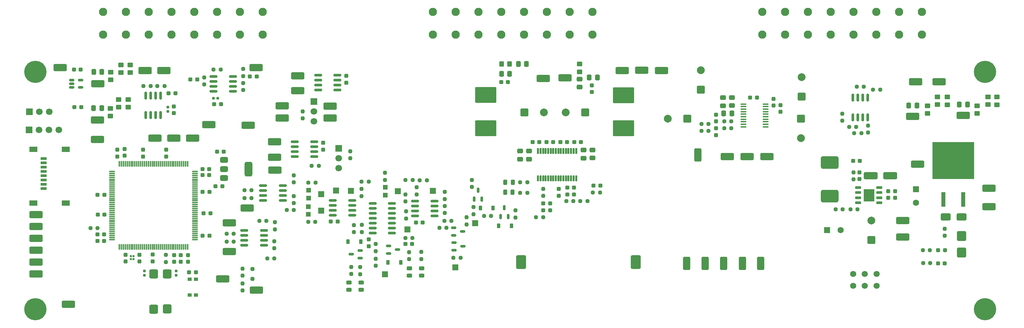
<source format=gbr>
%TF.GenerationSoftware,KiCad,Pcbnew,9.0.7*%
%TF.CreationDate,2026-02-10T17:00:28-08:00*%
%TF.ProjectId,VCU_v2,5643555f-7632-42e6-9b69-6361645f7063,rev?*%
%TF.SameCoordinates,Original*%
%TF.FileFunction,Soldermask,Top*%
%TF.FilePolarity,Negative*%
%FSLAX46Y46*%
G04 Gerber Fmt 4.6, Leading zero omitted, Abs format (unit mm)*
G04 Created by KiCad (PCBNEW 9.0.7) date 2026-02-10 17:00:28*
%MOMM*%
%LPD*%
G01*
G04 APERTURE LIST*
G04 Aperture macros list*
%AMRoundRect*
0 Rectangle with rounded corners*
0 $1 Rounding radius*
0 $2 $3 $4 $5 $6 $7 $8 $9 X,Y pos of 4 corners*
0 Add a 4 corners polygon primitive as box body*
4,1,4,$2,$3,$4,$5,$6,$7,$8,$9,$2,$3,0*
0 Add four circle primitives for the rounded corners*
1,1,$1+$1,$2,$3*
1,1,$1+$1,$4,$5*
1,1,$1+$1,$6,$7*
1,1,$1+$1,$8,$9*
0 Add four rect primitives between the rounded corners*
20,1,$1+$1,$2,$3,$4,$5,0*
20,1,$1+$1,$4,$5,$6,$7,0*
20,1,$1+$1,$6,$7,$8,$9,0*
20,1,$1+$1,$8,$9,$2,$3,0*%
G04 Aperture macros list end*
%ADD10C,0.100000*%
%ADD11RoundRect,0.237500X0.250000X0.237500X-0.250000X0.237500X-0.250000X-0.237500X0.250000X-0.237500X0*%
%ADD12RoundRect,0.250000X1.000000X0.650000X-1.000000X0.650000X-1.000000X-0.650000X1.000000X-0.650000X0*%
%ADD13RoundRect,0.390000X-0.910000X-1.360000X0.910000X-1.360000X0.910000X1.360000X-0.910000X1.360000X0*%
%ADD14R,1.500000X1.500000*%
%ADD15RoundRect,0.237500X0.237500X-0.250000X0.237500X0.250000X-0.237500X0.250000X-0.237500X-0.250000X0*%
%ADD16RoundRect,0.250000X-1.450000X-0.650000X1.450000X-0.650000X1.450000X0.650000X-1.450000X0.650000X0*%
%ADD17RoundRect,0.375000X-0.625000X-0.375000X0.625000X-0.375000X0.625000X0.375000X-0.625000X0.375000X0*%
%ADD18RoundRect,0.500000X-0.500000X-1.400000X0.500000X-1.400000X0.500000X1.400000X-0.500000X1.400000X0*%
%ADD19RoundRect,0.250000X0.450000X-0.350000X0.450000X0.350000X-0.450000X0.350000X-0.450000X-0.350000X0*%
%ADD20RoundRect,0.237500X-0.250000X-0.237500X0.250000X-0.237500X0.250000X0.237500X-0.250000X0.237500X0*%
%ADD21C,3.600000*%
%ADD22C,5.700000*%
%ADD23RoundRect,0.250000X-0.337500X-0.475000X0.337500X-0.475000X0.337500X0.475000X-0.337500X0.475000X0*%
%ADD24RoundRect,0.237500X0.300000X0.237500X-0.300000X0.237500X-0.300000X-0.237500X0.300000X-0.237500X0*%
%ADD25RoundRect,0.150000X-0.512500X-0.150000X0.512500X-0.150000X0.512500X0.150000X-0.512500X0.150000X0*%
%ADD26RoundRect,0.250000X0.337500X0.475000X-0.337500X0.475000X-0.337500X-0.475000X0.337500X-0.475000X0*%
%ADD27RoundRect,0.250000X0.650000X-1.450000X0.650000X1.450000X-0.650000X1.450000X-0.650000X-1.450000X0*%
%ADD28RoundRect,0.067500X0.157500X-0.682500X0.157500X0.682500X-0.157500X0.682500X-0.157500X-0.682500X0*%
%ADD29RoundRect,0.067500X-0.157500X0.682500X-0.157500X-0.682500X0.157500X-0.682500X0.157500X0.682500X0*%
%ADD30RoundRect,0.150000X0.150000X-0.512500X0.150000X0.512500X-0.150000X0.512500X-0.150000X-0.512500X0*%
%ADD31RoundRect,0.237500X-0.237500X0.300000X-0.237500X-0.300000X0.237500X-0.300000X0.237500X0.300000X0*%
%ADD32RoundRect,0.162500X0.162500X-0.825000X0.162500X0.825000X-0.162500X0.825000X-0.162500X-0.825000X0*%
%ADD33RoundRect,0.250000X0.750000X0.750000X-0.750000X0.750000X-0.750000X-0.750000X0.750000X-0.750000X0*%
%ADD34C,2.000000*%
%ADD35RoundRect,0.100000X-0.637500X-0.100000X0.637500X-0.100000X0.637500X0.100000X-0.637500X0.100000X0*%
%ADD36C,2.108200*%
%ADD37RoundRect,0.250000X-0.550000X-0.550000X0.550000X-0.550000X0.550000X0.550000X-0.550000X0.550000X0*%
%ADD38C,1.600000*%
%ADD39RoundRect,0.250000X-0.550000X0.550000X-0.550000X-0.550000X0.550000X-0.550000X0.550000X0.550000X0*%
%ADD40R,1.000000X0.900000*%
%ADD41RoundRect,0.237500X-0.237500X0.250000X-0.237500X-0.250000X0.237500X-0.250000X0.237500X0.250000X0*%
%ADD42RoundRect,0.225000X-0.225000X-0.375000X0.225000X-0.375000X0.225000X0.375000X-0.225000X0.375000X0*%
%ADD43RoundRect,0.250000X0.900000X-1.000000X0.900000X1.000000X-0.900000X1.000000X-0.900000X-1.000000X0*%
%ADD44R,1.700000X1.700000*%
%ADD45C,1.700000*%
%ADD46RoundRect,0.155000X-0.155000X0.212500X-0.155000X-0.212500X0.155000X-0.212500X0.155000X0.212500X0*%
%ADD47RoundRect,0.250000X2.500000X-1.750000X2.500000X1.750000X-2.500000X1.750000X-2.500000X-1.750000X0*%
%ADD48R,1.200000X1.200000*%
%ADD49R,1.500000X1.600000*%
%ADD50RoundRect,0.237500X0.237500X-0.300000X0.237500X0.300000X-0.237500X0.300000X-0.237500X-0.300000X0*%
%ADD51RoundRect,0.237500X-0.300000X-0.237500X0.300000X-0.237500X0.300000X0.237500X-0.300000X0.237500X0*%
%ADD52RoundRect,0.250000X1.450000X0.650000X-1.450000X0.650000X-1.450000X-0.650000X1.450000X-0.650000X0*%
%ADD53RoundRect,0.162500X0.825000X0.162500X-0.825000X0.162500X-0.825000X-0.162500X0.825000X-0.162500X0*%
%ADD54C,1.574800*%
%ADD55RoundRect,0.237500X0.287500X0.237500X-0.287500X0.237500X-0.287500X-0.237500X0.287500X-0.237500X0*%
%ADD56RoundRect,0.090000X-0.685000X-0.210000X0.685000X-0.210000X0.685000X0.210000X-0.685000X0.210000X0*%
%ADD57RoundRect,0.155000X0.155000X-0.212500X0.155000X0.212500X-0.155000X0.212500X-0.155000X-0.212500X0*%
%ADD58RoundRect,0.250000X-0.750000X-0.750000X0.750000X-0.750000X0.750000X0.750000X-0.750000X0.750000X0*%
%ADD59RoundRect,0.250000X1.500000X0.650000X-1.500000X0.650000X-1.500000X-0.650000X1.500000X-0.650000X0*%
%ADD60RoundRect,0.330000X-0.770000X0.820000X-0.770000X-0.820000X0.770000X-0.820000X0.770000X0.820000X0*%
%ADD61RoundRect,0.243750X0.456250X-0.243750X0.456250X0.243750X-0.456250X0.243750X-0.456250X-0.243750X0*%
%ADD62RoundRect,0.250000X0.750000X-0.750000X0.750000X0.750000X-0.750000X0.750000X-0.750000X-0.750000X0*%
%ADD63RoundRect,0.155000X-0.212500X-0.155000X0.212500X-0.155000X0.212500X0.155000X-0.212500X0.155000X0*%
%ADD64RoundRect,0.250000X0.250000X-0.250000X0.250000X0.250000X-0.250000X0.250000X-0.250000X-0.250000X0*%
%ADD65RoundRect,0.150000X0.512500X0.150000X-0.512500X0.150000X-0.512500X-0.150000X0.512500X-0.150000X0*%
%ADD66RoundRect,0.495000X-1.755000X-1.155000X1.755000X-1.155000X1.755000X1.155000X-1.755000X1.155000X0*%
%ADD67RoundRect,0.250000X0.475000X-0.337500X0.475000X0.337500X-0.475000X0.337500X-0.475000X-0.337500X0*%
%ADD68RoundRect,0.250000X-0.475000X0.337500X-0.475000X-0.337500X0.475000X-0.337500X0.475000X0.337500X0*%
%ADD69R,1.500000X0.800000*%
%ADD70R,2.000000X1.450000*%
%ADD71RoundRect,0.243750X-0.243750X-0.456250X0.243750X-0.456250X0.243750X0.456250X-0.243750X0.456250X0*%
%ADD72RoundRect,0.150000X0.825000X0.150000X-0.825000X0.150000X-0.825000X-0.150000X0.825000X-0.150000X0*%
%ADD73RoundRect,0.075000X0.075000X-0.662500X0.075000X0.662500X-0.075000X0.662500X-0.075000X-0.662500X0*%
%ADD74RoundRect,0.075000X0.662500X-0.075000X0.662500X0.075000X-0.662500X0.075000X-0.662500X-0.075000X0*%
%ADD75RoundRect,0.150000X-0.825000X-0.150000X0.825000X-0.150000X0.825000X0.150000X-0.825000X0.150000X0*%
%ADD76RoundRect,0.250000X-0.750000X0.750000X-0.750000X-0.750000X0.750000X-0.750000X0.750000X0.750000X0*%
%ADD77RoundRect,0.070500X0.164500X-0.189500X0.164500X0.189500X-0.164500X0.189500X-0.164500X-0.189500X0*%
%ADD78RoundRect,0.250000X0.350000X0.450000X-0.350000X0.450000X-0.350000X-0.450000X0.350000X-0.450000X0*%
%ADD79R,10.670000X9.450000*%
%ADD80R,1.050000X3.800000*%
%ADD81RoundRect,0.150000X-0.150000X0.825000X-0.150000X-0.825000X0.150000X-0.825000X0.150000X0.825000X0*%
%ADD82RoundRect,0.225000X0.225000X0.375000X-0.225000X0.375000X-0.225000X-0.375000X0.225000X-0.375000X0*%
%ADD83RoundRect,0.250000X-0.450000X0.350000X-0.450000X-0.350000X0.450000X-0.350000X0.450000X0.350000X0*%
G04 APERTURE END LIST*
%TO.C,U2*%
D10*
X243207877Y-83474020D02*
X245807877Y-83474020D01*
X245807877Y-86574020D01*
X243207877Y-86574020D01*
X243207877Y-83474020D01*
G36*
X243207877Y-83474020D02*
G01*
X245807877Y-83474020D01*
X245807877Y-86574020D01*
X243207877Y-86574020D01*
X243207877Y-83474020D01*
G37*
%TD*%
D11*
%TO.C,R23*%
X168837082Y-86588061D03*
X167012082Y-86588061D03*
%TD*%
D12*
%TO.C,D5*%
X268257877Y-90650020D03*
X264257877Y-90650020D03*
%TD*%
D13*
%TO.C,BT1*%
X155428594Y-102263498D03*
X184828594Y-102263498D03*
%TD*%
D14*
%TO.C,TP63*%
X111825569Y-83940495D03*
%TD*%
D15*
%TO.C,R60*%
X237744000Y-65936500D03*
X237744000Y-64111500D03*
%TD*%
D16*
%TO.C,TP48*%
X253197898Y-91594786D03*
%TD*%
D17*
%TO.C,U3*%
X79266066Y-76011362D03*
X79266066Y-78311362D03*
D18*
X85566066Y-78311362D03*
D17*
X79266066Y-80611362D03*
%TD*%
D19*
%TO.C,R61*%
X50213327Y-64739286D03*
X50213327Y-62739286D03*
%TD*%
D15*
%TO.C,R105*%
X118162215Y-103161086D03*
X118162215Y-101336086D03*
%TD*%
D20*
%TO.C,R79*%
X155174014Y-84429992D03*
X156999014Y-84429992D03*
%TD*%
D21*
%TO.C,H1*%
X274320000Y-53340000D03*
D22*
X274320000Y-53340000D03*
%TD*%
D20*
%TO.C,R49*%
X95368387Y-88849296D03*
X97193387Y-88849296D03*
%TD*%
D16*
%TO.C,TP53*%
X39395114Y-113030000D03*
%TD*%
D23*
%TO.C,C81*%
X45916270Y-53402177D03*
X47991270Y-53402177D03*
%TD*%
D19*
%TO.C,R72*%
X259603077Y-64063520D03*
X259603077Y-62063520D03*
%TD*%
D24*
%TO.C,C60*%
X170769381Y-71433713D03*
X169044381Y-71433713D03*
%TD*%
D25*
%TO.C,Q11*%
X138220597Y-97242853D03*
X138220597Y-99142853D03*
X140495597Y-98192853D03*
%TD*%
D26*
%TO.C,C71*%
X209429840Y-64060124D03*
X207354840Y-64060124D03*
%TD*%
D23*
%TO.C,C69*%
X150419704Y-53907713D03*
X152494704Y-53907713D03*
%TD*%
D16*
%TO.C,TP10*%
X87503000Y-52266086D03*
%TD*%
D15*
%TO.C,R48*%
X84081726Y-105702267D03*
X84081726Y-103877267D03*
%TD*%
D19*
%TO.C,R64*%
X54737000Y-62468000D03*
X54737000Y-60468000D03*
%TD*%
D27*
%TO.C,TP57*%
X202624501Y-102602892D03*
%TD*%
D19*
%TO.C,R58*%
X55293327Y-53579286D03*
X55293327Y-51579286D03*
%TD*%
D28*
%TO.C,U13*%
X159771204Y-80695712D03*
X160421204Y-80695712D03*
X161071204Y-80695712D03*
X161721204Y-80695712D03*
X162371204Y-80695712D03*
X163021204Y-80695712D03*
X163671204Y-80695712D03*
X164321204Y-80695712D03*
X164971204Y-80695712D03*
X165621204Y-80695712D03*
X166271204Y-80695712D03*
X166921204Y-80695712D03*
X167571204Y-80695712D03*
X168221204Y-80695712D03*
X168871204Y-80695712D03*
X169521204Y-80695712D03*
D29*
X169521204Y-73695712D03*
X168871204Y-73695712D03*
X168221204Y-73695712D03*
X167571204Y-73695712D03*
X166921204Y-73695712D03*
X166271204Y-73695712D03*
X165621204Y-73695712D03*
X164971204Y-73695712D03*
X164321204Y-73695712D03*
X163671204Y-73695712D03*
X163021204Y-73695712D03*
X162371204Y-73695712D03*
X161721204Y-73695712D03*
X161071204Y-73695712D03*
X160421204Y-73695712D03*
X159771204Y-73695712D03*
%TD*%
D24*
%TO.C,C26*%
X75553239Y-84222133D03*
X73828239Y-84222133D03*
%TD*%
D30*
%TO.C,Q15*%
X150189539Y-90550991D03*
X152089539Y-90550991D03*
X151139539Y-88275991D03*
%TD*%
D27*
%TO.C,TP56*%
X197851501Y-102602892D03*
%TD*%
D15*
%TO.C,R109*%
X114183001Y-105317476D03*
X114183001Y-103492476D03*
%TD*%
D23*
%TO.C,C84*%
X254755577Y-62047520D03*
X256830577Y-62047520D03*
%TD*%
D20*
%TO.C,R106*%
X135752894Y-91604837D03*
X137577894Y-91604837D03*
%TD*%
D31*
%TO.C,C28*%
X64530739Y-73384032D03*
X64530739Y-75109032D03*
%TD*%
D24*
%TO.C,C42*%
X130224330Y-92058733D03*
X128499330Y-92058733D03*
%TD*%
D16*
%TO.C,TP30*%
X191389000Y-52994712D03*
%TD*%
D32*
%TO.C,Q2*%
X240411000Y-65021500D03*
X241681000Y-65021500D03*
X242951000Y-65021500D03*
X244221000Y-65021500D03*
X244221000Y-59946500D03*
X242951000Y-59946500D03*
X241681000Y-59946500D03*
X240411000Y-59946500D03*
%TD*%
D14*
%TO.C,TP67*%
X138590487Y-103549477D03*
%TD*%
D33*
%TO.C,C65*%
X171858881Y-63813713D03*
D34*
X166858881Y-63813713D03*
%TD*%
D35*
%TO.C,U14*%
X212387840Y-61643124D03*
X212387840Y-62293124D03*
X212387840Y-62943124D03*
X212387840Y-63593124D03*
X212387840Y-64243124D03*
X212387840Y-64893124D03*
X212387840Y-65543124D03*
X212387840Y-66193124D03*
X212387840Y-66843124D03*
X212387840Y-67493124D03*
X218112840Y-67493124D03*
X218112840Y-66843124D03*
X218112840Y-66193124D03*
X218112840Y-65543124D03*
X218112840Y-64893124D03*
X218112840Y-64243124D03*
X218112840Y-63593124D03*
X218112840Y-62943124D03*
X218112840Y-62293124D03*
X218112840Y-61643124D03*
%TD*%
D19*
%TO.C,R67*%
X264683077Y-61804520D03*
X264683077Y-59804520D03*
%TD*%
D11*
%TO.C,R62*%
X241300000Y-67493798D03*
X239475000Y-67493798D03*
%TD*%
D36*
%TO.C,U19*%
X258129524Y-43767362D03*
X252287524Y-43767362D03*
X246445524Y-43767362D03*
X240603524Y-43767362D03*
X234761524Y-43767362D03*
X228919524Y-43767362D03*
X223077524Y-43767362D03*
X217235524Y-43767362D03*
X258129524Y-37925362D03*
X252287524Y-37925362D03*
X246445524Y-37925362D03*
X240603524Y-37925362D03*
X234761524Y-37925362D03*
X228919524Y-37925362D03*
X223077524Y-37925362D03*
X217235524Y-37925362D03*
%TD*%
D37*
%TO.C,C11*%
X233801877Y-94036020D03*
D38*
X237301877Y-94036020D03*
%TD*%
D16*
%TO.C,TP21*%
X98220349Y-54347238D03*
%TD*%
D39*
%TO.C,C2*%
X256605877Y-83493369D03*
D38*
X256605877Y-86993369D03*
%TD*%
D40*
%TO.C,SW1*%
X70510818Y-110692658D03*
X70510818Y-106592658D03*
X72110818Y-110692658D03*
X72110818Y-106592658D03*
%TD*%
D16*
%TO.C,TP17*%
X92234698Y-75296124D03*
%TD*%
D24*
%TO.C,C38*%
X48614500Y-96774000D03*
X46889500Y-96774000D03*
%TD*%
D16*
%TO.C,TP37*%
X268747077Y-64587520D03*
%TD*%
D11*
%TO.C,R53*%
X86374887Y-85785551D03*
X84549887Y-85785551D03*
%TD*%
D16*
%TO.C,TP5*%
X275351077Y-83284020D03*
%TD*%
D27*
%TO.C,TP59*%
X212149501Y-102602892D03*
%TD*%
D15*
%TO.C,R103*%
X126688125Y-101479632D03*
X126688125Y-99654632D03*
%TD*%
D16*
%TO.C,TP19*%
X94168649Y-65218438D03*
%TD*%
D41*
%TO.C,R47*%
X84081726Y-107687267D03*
X84081726Y-109512267D03*
%TD*%
%TO.C,R83*%
X153990306Y-88941393D03*
X153990306Y-90766393D03*
%TD*%
D42*
%TO.C,D1*%
X144968735Y-88333702D03*
X148268735Y-88333702D03*
%TD*%
D43*
%TO.C,D6*%
X268289877Y-99794020D03*
X268289877Y-95494020D03*
%TD*%
D44*
%TO.C,JP3*%
X102362000Y-60960000D03*
D45*
X102362000Y-63500000D03*
X102362000Y-66040000D03*
%TD*%
D46*
%TO.C,C34*%
X58933538Y-104492432D03*
X58933538Y-105627432D03*
%TD*%
D47*
%TO.C,L3*%
X146377204Y-67809713D03*
X146377204Y-59309713D03*
%TD*%
D11*
%TO.C,R88*%
X102711699Y-91929733D03*
X100886699Y-91929733D03*
%TD*%
D48*
%TO.C,RV5*%
X100943575Y-83792829D03*
D49*
X104193575Y-84792829D03*
D48*
X100943575Y-85792829D03*
%TD*%
D16*
%TO.C,TP39*%
X256546466Y-55951520D03*
%TD*%
D41*
%TO.C,R46*%
X92320387Y-91985051D03*
X92320387Y-93810051D03*
%TD*%
D16*
%TO.C,TP38*%
X255793077Y-64841520D03*
%TD*%
D50*
%TO.C,C23*%
X70096185Y-102175103D03*
X70096185Y-100450103D03*
%TD*%
D24*
%TO.C,C16*%
X79262724Y-73866362D03*
X77537724Y-73866362D03*
%TD*%
D41*
%TO.C,R94*%
X125958693Y-89181307D03*
X125958693Y-91006307D03*
%TD*%
D16*
%TO.C,TP11*%
X71247000Y-70358000D03*
%TD*%
D11*
%TO.C,R14*%
X78442027Y-52741086D03*
X76617027Y-52741086D03*
%TD*%
D41*
%TO.C,R12*%
X114543510Y-83436493D03*
X114543510Y-85261493D03*
%TD*%
D11*
%TO.C,R90*%
X116385974Y-81576565D03*
X114560974Y-81576565D03*
%TD*%
D51*
%TO.C,C30*%
X46904239Y-84914532D03*
X48629239Y-84914532D03*
%TD*%
D24*
%TO.C,C58*%
X163657381Y-71433713D03*
X161932381Y-71433713D03*
%TD*%
D52*
%TO.C,TP27*%
X80636387Y-99501551D03*
%TD*%
D53*
%TO.C,Q3*%
X89555539Y-97880796D03*
X89555539Y-96610796D03*
X89555539Y-95340796D03*
X89555539Y-94070796D03*
X84480539Y-94070796D03*
X84480539Y-95340796D03*
X84480539Y-96610796D03*
X84480539Y-97880796D03*
%TD*%
D19*
%TO.C,R68*%
X277383077Y-61809520D03*
X277383077Y-59809520D03*
%TD*%
D54*
%TO.C,J2*%
X246515476Y-108306700D03*
X243515477Y-108306700D03*
X240515478Y-108306700D03*
X246515476Y-105306701D03*
X243515477Y-105306701D03*
X240515478Y-105306701D03*
%TD*%
D41*
%TO.C,R101*%
X118205598Y-97575703D03*
X118205598Y-99400703D03*
%TD*%
D20*
%TO.C,R98*%
X125770662Y-96017324D03*
X127595662Y-96017324D03*
%TD*%
D48*
%TO.C,RV2*%
X120597903Y-83031890D03*
D49*
X123847903Y-84031890D03*
D48*
X120597903Y-85031890D03*
%TD*%
D31*
%TO.C,C20*%
X58526566Y-73365132D03*
X58526566Y-75090132D03*
%TD*%
D16*
%TO.C,TP14*%
X59103327Y-53071286D03*
%TD*%
D20*
%TO.C,R82*%
X125825936Y-81165091D03*
X127650936Y-81165091D03*
%TD*%
D52*
%TO.C,TP31*%
X85208387Y-88325551D03*
%TD*%
D11*
%TO.C,R4*%
X86368038Y-83769296D03*
X84543038Y-83769296D03*
%TD*%
D55*
%TO.C,D7*%
X264033000Y-99187000D03*
X262283000Y-99187000D03*
%TD*%
D16*
%TO.C,TP26*%
X166697204Y-54899712D03*
%TD*%
D41*
%TO.C,R99*%
X135856653Y-87821421D03*
X135856653Y-89646421D03*
%TD*%
D16*
%TO.C,TP55*%
X75425349Y-66894838D03*
%TD*%
%TO.C,TP22*%
X106475349Y-65243838D03*
%TD*%
D56*
%TO.C,U2*%
X241807877Y-83074020D03*
X241807877Y-84374020D03*
X241807877Y-85674020D03*
X241807877Y-86974020D03*
X247207877Y-86974020D03*
X247207877Y-85674020D03*
X247207877Y-84374020D03*
X247207877Y-83074020D03*
%TD*%
D57*
%TO.C,C5*%
X64945327Y-63544786D03*
X64945327Y-62409786D03*
%TD*%
D58*
%TO.C,C66*%
X156270881Y-63813713D03*
D34*
X161270881Y-63813713D03*
%TD*%
D16*
%TO.C,TP25*%
X161109204Y-55026712D03*
%TD*%
D50*
%TO.C,C36*%
X54107538Y-102052932D03*
X54107538Y-100327932D03*
%TD*%
D59*
%TO.C,D2*%
X249961877Y-80066020D03*
X244961877Y-80066020D03*
%TD*%
D24*
%TO.C,C17*%
X42593327Y-52817286D03*
X40868327Y-52817286D03*
%TD*%
D50*
%TO.C,C7*%
X66469327Y-63993286D03*
X66469327Y-62268286D03*
%TD*%
D11*
%TO.C,R29*%
X209304840Y-67870124D03*
X207479840Y-67870124D03*
%TD*%
D23*
%TO.C,C82*%
X45873827Y-62723286D03*
X47948827Y-62723286D03*
%TD*%
D20*
%TO.C,R18*%
X245594500Y-57912000D03*
X247419500Y-57912000D03*
%TD*%
D52*
%TO.C,TP47*%
X31144916Y-105283000D03*
%TD*%
D25*
%TO.C,Q10*%
X121469818Y-98097384D03*
X121469818Y-99997384D03*
X123744818Y-99047384D03*
%TD*%
D15*
%TO.C,R15*%
X84184327Y-54468286D03*
X84184327Y-52643286D03*
%TD*%
D44*
%TO.C,JP4*%
X108705000Y-73031000D03*
D45*
X108705000Y-75571000D03*
X108705000Y-78111000D03*
%TD*%
D31*
%TO.C,C4*%
X251271877Y-84029520D03*
X251271877Y-85754520D03*
%TD*%
D16*
%TO.C,TP28*%
X181302204Y-52994712D03*
%TD*%
%TO.C,TP4*%
X37325349Y-52289838D03*
%TD*%
D24*
%TO.C,C44*%
X108402881Y-91826692D03*
X106677881Y-91826692D03*
%TD*%
D44*
%TO.C,JP1*%
X29437393Y-63644027D03*
D45*
X31977393Y-63644027D03*
X34517393Y-63644027D03*
%TD*%
D51*
%TO.C,C9*%
X85926827Y-54595286D03*
X87651827Y-54595286D03*
%TD*%
D41*
%TO.C,R2*%
X240603877Y-79153520D03*
X240603877Y-80978520D03*
%TD*%
D11*
%TO.C,R22*%
X161071759Y-90676062D03*
X159246759Y-90676062D03*
%TD*%
D44*
%TO.C,J1*%
X29395343Y-68252197D03*
D45*
X31935343Y-68252197D03*
X34475343Y-68252197D03*
X37015343Y-68252197D03*
%TD*%
D60*
%TO.C,Y1*%
X61275538Y-105254432D03*
X61275538Y-114304432D03*
X64775538Y-114254432D03*
X64775538Y-105254432D03*
%TD*%
D61*
%TO.C,D13*%
X111348554Y-109333078D03*
X111348554Y-107458078D03*
%TD*%
D62*
%TO.C,C53*%
X227315340Y-59742124D03*
D34*
X227315340Y-54742124D03*
%TD*%
D52*
%TO.C,TP45*%
X31144916Y-99187000D03*
%TD*%
D41*
%TO.C,R25*%
X161071759Y-83413562D03*
X161071759Y-85238562D03*
%TD*%
D24*
%TO.C,C14*%
X42693827Y-62469286D03*
X40968827Y-62469286D03*
%TD*%
D19*
%TO.C,R73*%
X275097077Y-61777520D03*
X275097077Y-59777520D03*
%TD*%
D11*
%TO.C,R1*%
X260248400Y-102514400D03*
X258423400Y-102514400D03*
%TD*%
D15*
%TO.C,R57*%
X120520044Y-81104704D03*
X120520044Y-79279704D03*
%TD*%
D27*
%TO.C,TP58*%
X207323501Y-102602892D03*
%TD*%
D50*
%TO.C,C51*%
X165100000Y-85190500D03*
X165100000Y-83465500D03*
%TD*%
D63*
%TO.C,C1*%
X76569827Y-60183286D03*
X77704827Y-60183286D03*
%TD*%
D51*
%TO.C,C57*%
X158376381Y-71433713D03*
X160101381Y-71433713D03*
%TD*%
D48*
%TO.C,RV6*%
X100929720Y-87977120D03*
D49*
X104179720Y-88977120D03*
D48*
X100929720Y-89977120D03*
%TD*%
D15*
%TO.C,R40*%
X143238141Y-89924582D03*
X143238141Y-88099582D03*
%TD*%
D50*
%TO.C,C77*%
X205344340Y-69595124D03*
X205344340Y-67870124D03*
%TD*%
D24*
%TO.C,C25*%
X75812738Y-89695132D03*
X74087738Y-89695132D03*
%TD*%
D42*
%TO.C,D25*%
X149642564Y-92948016D03*
X152942564Y-92948016D03*
%TD*%
D11*
%TO.C,R5*%
X237809877Y-88702020D03*
X235984877Y-88702020D03*
%TD*%
D64*
%TO.C,D8*%
X86621726Y-106527767D03*
X86621726Y-104027767D03*
%TD*%
D51*
%TO.C,C50*%
X161124759Y-87120062D03*
X162849759Y-87120062D03*
%TD*%
D16*
%TO.C,TP50*%
X275351077Y-88029020D03*
%TD*%
D20*
%TO.C,R19*%
X62204027Y-56982886D03*
X64029027Y-56982886D03*
%TD*%
D23*
%TO.C,C83*%
X267709577Y-61793520D03*
X269784577Y-61793520D03*
%TD*%
D41*
%TO.C,R96*%
X114598504Y-92695332D03*
X114598504Y-94520332D03*
%TD*%
D53*
%TO.C,Q4*%
X94349887Y-86420551D03*
X94349887Y-85150551D03*
X94349887Y-83880551D03*
X94349887Y-82610551D03*
X89274887Y-82610551D03*
X89274887Y-83880551D03*
X89274887Y-85150551D03*
X89274887Y-86420551D03*
%TD*%
D65*
%TO.C,Q8*%
X114216628Y-101170086D03*
X114216628Y-99270086D03*
X111941628Y-100220086D03*
%TD*%
D41*
%TO.C,R80*%
X125816380Y-84860681D03*
X125816380Y-86685681D03*
%TD*%
D11*
%TO.C,R30*%
X209304840Y-66092124D03*
X207479840Y-66092124D03*
%TD*%
D66*
%TO.C,L2*%
X234507877Y-76616020D03*
X234507877Y-85316020D03*
%TD*%
D20*
%TO.C,R85*%
X155192614Y-81770143D03*
X157017614Y-81770143D03*
%TD*%
D51*
%TO.C,C32*%
X46889500Y-95123000D03*
X48614500Y-95123000D03*
%TD*%
D20*
%TO.C,R20*%
X58648027Y-56982886D03*
X60473027Y-56982886D03*
%TD*%
D41*
%TO.C,R13*%
X74227527Y-54773086D03*
X74227527Y-56598086D03*
%TD*%
D11*
%TO.C,R51*%
X81802887Y-96961551D03*
X79977887Y-96961551D03*
%TD*%
D36*
%TO.C,U18*%
X173674524Y-43767362D03*
X167832524Y-43767362D03*
X161990524Y-43767362D03*
X156148524Y-43767362D03*
X150306524Y-43767362D03*
X144464524Y-43767362D03*
X138622524Y-43767362D03*
X132780524Y-43767362D03*
X173674524Y-37925362D03*
X167832524Y-37925362D03*
X161990524Y-37925362D03*
X156148524Y-37925362D03*
X150306524Y-37925362D03*
X144464524Y-37925362D03*
X138622524Y-37925362D03*
X132780524Y-37925362D03*
%TD*%
D51*
%TO.C,C31*%
X46955039Y-89994532D03*
X48680039Y-89994532D03*
%TD*%
D16*
%TO.C,TP52*%
X46911327Y-70724286D03*
%TD*%
D67*
%TO.C,C74*%
X170380204Y-57301962D03*
X170380204Y-55226962D03*
%TD*%
D16*
%TO.C,TP6*%
X257048000Y-77075220D03*
%TD*%
D31*
%TO.C,C6*%
X249493877Y-84029520D03*
X249493877Y-85754520D03*
%TD*%
D41*
%TO.C,R100*%
X135836033Y-84223114D03*
X135836033Y-86048114D03*
%TD*%
D15*
%TO.C,R42*%
X99441000Y-65325000D03*
X99441000Y-63500000D03*
%TD*%
D52*
%TO.C,TP29*%
X80636387Y-92135551D03*
%TD*%
D51*
%TO.C,C49*%
X167259000Y-83058000D03*
X168984000Y-83058000D03*
%TD*%
D50*
%TO.C,C19*%
X68239139Y-102133532D03*
X68239139Y-100408532D03*
%TD*%
D11*
%TO.C,R32*%
X203462840Y-66727124D03*
X201637840Y-66727124D03*
%TD*%
%TO.C,R7*%
X243228500Y-57221520D03*
X241403500Y-57221520D03*
%TD*%
D52*
%TO.C,TP46*%
X31144916Y-102235000D03*
%TD*%
D20*
%TO.C,R107*%
X138071266Y-101105118D03*
X139896266Y-101105118D03*
%TD*%
D31*
%TO.C,C54*%
X220076340Y-60303124D03*
X220076340Y-62028124D03*
%TD*%
D16*
%TO.C,TP12*%
X63929327Y-53027901D03*
%TD*%
D68*
%TO.C,C63*%
X155174881Y-73698213D03*
X155174881Y-75773213D03*
%TD*%
D69*
%TO.C,J4*%
X33093343Y-83373197D03*
X33093343Y-82273197D03*
X33093343Y-81173197D03*
X33093343Y-80073197D03*
X33093343Y-78973197D03*
X33093343Y-77873197D03*
X33093343Y-76773197D03*
X33093343Y-75673197D03*
D70*
X30493343Y-87048197D03*
X38793343Y-87048197D03*
X30493343Y-73298197D03*
X38793343Y-73298197D03*
%TD*%
D16*
%TO.C,TP36*%
X46911327Y-65771286D03*
%TD*%
D24*
%TO.C,C24*%
X75553239Y-95480932D03*
X73828239Y-95480932D03*
%TD*%
D20*
%TO.C,R31*%
X201637840Y-68505124D03*
X203462840Y-68505124D03*
%TD*%
D51*
%TO.C,C40*%
X65098827Y-58913286D03*
X66823827Y-58913286D03*
%TD*%
D33*
%TO.C,C76*%
X198012660Y-65352753D03*
D34*
X193012660Y-65352753D03*
%TD*%
D51*
%TO.C,C52*%
X173978259Y-82548062D03*
X175703259Y-82548062D03*
%TD*%
D21*
%TO.C,H2*%
X31002724Y-53340000D03*
D22*
X31002724Y-53340000D03*
%TD*%
D14*
%TO.C,TP64*%
X108030775Y-83888920D03*
%TD*%
D50*
%TO.C,C64*%
X221854340Y-63652624D03*
X221854340Y-61927624D03*
%TD*%
D41*
%TO.C,R84*%
X128650140Y-83020503D03*
X128650140Y-84845503D03*
%TD*%
D31*
%TO.C,C29*%
X51943000Y-73384032D03*
X51943000Y-75109032D03*
%TD*%
D50*
%TO.C,C46*%
X110666349Y-56125238D03*
X110666349Y-54400238D03*
%TD*%
D27*
%TO.C,TP24*%
X200714866Y-74684173D03*
%TD*%
D50*
%TO.C,C86*%
X116396542Y-98127718D03*
X116396542Y-96402718D03*
%TD*%
D52*
%TO.C,TP42*%
X31144916Y-90043000D03*
%TD*%
D61*
%TO.C,D16*%
X126779921Y-105730500D03*
X126779921Y-103855500D03*
%TD*%
D51*
%TO.C,C3*%
X76782827Y-61707286D03*
X78507827Y-61707286D03*
%TD*%
D24*
%TO.C,C15*%
X78855224Y-82756362D03*
X77130224Y-82756362D03*
%TD*%
D15*
%TO.C,R50*%
X97146387Y-87102551D03*
X97146387Y-85277551D03*
%TD*%
D71*
%TO.C,D23*%
X151336918Y-84305607D03*
X153211918Y-84305607D03*
%TD*%
%TO.C,D24*%
X151391745Y-81732943D03*
X153266745Y-81732943D03*
%TD*%
D15*
%TO.C,R86*%
X141474243Y-92534830D03*
X141474243Y-90709830D03*
%TD*%
D72*
%TO.C,U9*%
X81579327Y-58405286D03*
X81579327Y-57135286D03*
X81579327Y-55865286D03*
X81579327Y-54595286D03*
X76629327Y-54595286D03*
X76629327Y-55865286D03*
X76629327Y-57135286D03*
X76629327Y-58405286D03*
%TD*%
D31*
%TO.C,C78*%
X205344340Y-64367124D03*
X205344340Y-66092124D03*
%TD*%
D72*
%TO.C,U15*%
X133231802Y-90380318D03*
X133231802Y-89110318D03*
X133231802Y-87840318D03*
X133231802Y-86570318D03*
X128281802Y-86570318D03*
X128281802Y-87840318D03*
X128281802Y-89110318D03*
X128281802Y-90380318D03*
%TD*%
D21*
%TO.C,H3*%
X274320000Y-114300000D03*
D22*
X274320000Y-114300000D03*
%TD*%
D73*
%TO.C,U5*%
X52478739Y-98345632D03*
X52978739Y-98345632D03*
X53478739Y-98345633D03*
X53978739Y-98345632D03*
X54478739Y-98345632D03*
X54978740Y-98345632D03*
X55478739Y-98345632D03*
X55978738Y-98345632D03*
X56478739Y-98345632D03*
X56978739Y-98345632D03*
X57478740Y-98345632D03*
X57978739Y-98345632D03*
X58478739Y-98345632D03*
X58978739Y-98345632D03*
X59478739Y-98345632D03*
X59978739Y-98345633D03*
X60478739Y-98345632D03*
X60978739Y-98345632D03*
X61478739Y-98345632D03*
X61978739Y-98345632D03*
X62478739Y-98345633D03*
X62978739Y-98345632D03*
X63478739Y-98345632D03*
X63978739Y-98345632D03*
X64478739Y-98345632D03*
X64978738Y-98345632D03*
X65478739Y-98345632D03*
X65978739Y-98345632D03*
X66478740Y-98345632D03*
X66978739Y-98345632D03*
X67478738Y-98345632D03*
X67978739Y-98345632D03*
X68478739Y-98345632D03*
X68978739Y-98345633D03*
X69478739Y-98345632D03*
X69978739Y-98345632D03*
D74*
X71891239Y-96433132D03*
X71891239Y-95933132D03*
X71891240Y-95433132D03*
X71891239Y-94933132D03*
X71891239Y-94433132D03*
X71891239Y-93933131D03*
X71891239Y-93433132D03*
X71891239Y-92933133D03*
X71891239Y-92433132D03*
X71891239Y-91933132D03*
X71891239Y-91433131D03*
X71891239Y-90933132D03*
X71891239Y-90433132D03*
X71891239Y-89933132D03*
X71891239Y-89433132D03*
X71891240Y-88933132D03*
X71891239Y-88433132D03*
X71891239Y-87933132D03*
X71891239Y-87433132D03*
X71891239Y-86933132D03*
X71891240Y-86433132D03*
X71891239Y-85933132D03*
X71891239Y-85433132D03*
X71891239Y-84933132D03*
X71891239Y-84433132D03*
X71891239Y-83933133D03*
X71891239Y-83433132D03*
X71891239Y-82933132D03*
X71891239Y-82433131D03*
X71891239Y-81933132D03*
X71891239Y-81433133D03*
X71891239Y-80933132D03*
X71891239Y-80433132D03*
X71891240Y-79933132D03*
X71891239Y-79433132D03*
X71891239Y-78933132D03*
D73*
X69978739Y-77020632D03*
X69478739Y-77020632D03*
X68978739Y-77020631D03*
X68478739Y-77020632D03*
X67978739Y-77020632D03*
X67478738Y-77020632D03*
X66978739Y-77020632D03*
X66478740Y-77020632D03*
X65978739Y-77020632D03*
X65478739Y-77020632D03*
X64978738Y-77020632D03*
X64478739Y-77020632D03*
X63978739Y-77020632D03*
X63478739Y-77020632D03*
X62978739Y-77020632D03*
X62478739Y-77020631D03*
X61978739Y-77020632D03*
X61478739Y-77020632D03*
X60978739Y-77020632D03*
X60478739Y-77020632D03*
X59978739Y-77020631D03*
X59478739Y-77020632D03*
X58978739Y-77020632D03*
X58478739Y-77020632D03*
X57978739Y-77020632D03*
X57478740Y-77020632D03*
X56978739Y-77020632D03*
X56478739Y-77020632D03*
X55978738Y-77020632D03*
X55478739Y-77020632D03*
X54978740Y-77020632D03*
X54478739Y-77020632D03*
X53978739Y-77020632D03*
X53478739Y-77020631D03*
X52978739Y-77020632D03*
X52478739Y-77020632D03*
D74*
X50566239Y-78933132D03*
X50566239Y-79433132D03*
X50566238Y-79933132D03*
X50566239Y-80433132D03*
X50566239Y-80933132D03*
X50566239Y-81433133D03*
X50566239Y-81933132D03*
X50566239Y-82433131D03*
X50566239Y-82933132D03*
X50566239Y-83433132D03*
X50566239Y-83933133D03*
X50566239Y-84433132D03*
X50566239Y-84933132D03*
X50566239Y-85433132D03*
X50566239Y-85933132D03*
X50566238Y-86433132D03*
X50566239Y-86933132D03*
X50566239Y-87433132D03*
X50566239Y-87933132D03*
X50566239Y-88433132D03*
X50566238Y-88933132D03*
X50566239Y-89433132D03*
X50566239Y-89933132D03*
X50566239Y-90433132D03*
X50566239Y-90933132D03*
X50566239Y-91433131D03*
X50566239Y-91933132D03*
X50566239Y-92433132D03*
X50566239Y-92933133D03*
X50566239Y-93433132D03*
X50566239Y-93933131D03*
X50566239Y-94433132D03*
X50566239Y-94933132D03*
X50566238Y-95433132D03*
X50566239Y-95933132D03*
X50566239Y-96433132D03*
%TD*%
D42*
%TO.C,D15*%
X121340547Y-102291125D03*
X124640547Y-102291125D03*
%TD*%
D75*
%TO.C,U11*%
X97444698Y-71308324D03*
X97444698Y-72578324D03*
X97444698Y-73848324D03*
X97444698Y-75118324D03*
X102394698Y-75118324D03*
X102394698Y-73848324D03*
X102394698Y-72578324D03*
X102394698Y-71308324D03*
%TD*%
D19*
%TO.C,R66*%
X272303077Y-64063520D03*
X272303077Y-62063520D03*
%TD*%
D20*
%TO.C,R8*%
X240768500Y-69088000D03*
X242593500Y-69088000D03*
%TD*%
D23*
%TO.C,C70*%
X172898704Y-54772712D03*
X174973704Y-54772712D03*
%TD*%
D68*
%TO.C,C55*%
X171430881Y-73444213D03*
X171430881Y-75519213D03*
%TD*%
D76*
%TO.C,C61*%
X227169966Y-65385949D03*
D34*
X227169966Y-70385949D03*
%TD*%
D20*
%TO.C,R44*%
X88359887Y-91627551D03*
X90184887Y-91627551D03*
%TD*%
D77*
%TO.C,Y2*%
X56139538Y-101502432D03*
X56139538Y-100682432D03*
X55469538Y-100682432D03*
X55469538Y-101502432D03*
%TD*%
D20*
%TO.C,R6*%
X239794877Y-88702020D03*
X241619877Y-88702020D03*
%TD*%
D16*
%TO.C,TP13*%
X66421000Y-70358000D03*
%TD*%
D20*
%TO.C,R87*%
X100940000Y-81855140D03*
X102765000Y-81855140D03*
%TD*%
D36*
%TO.C,U17*%
X89244924Y-43767362D03*
X83402924Y-43767362D03*
X77560924Y-43767362D03*
X71718924Y-43767362D03*
X65876924Y-43767362D03*
X60034924Y-43767362D03*
X54192924Y-43767362D03*
X48350924Y-43767362D03*
X89244924Y-37925362D03*
X83402924Y-37925362D03*
X77560924Y-37925362D03*
X71718924Y-37925362D03*
X65876924Y-37925362D03*
X60034924Y-37925362D03*
X54192924Y-37925362D03*
X48350924Y-37925362D03*
%TD*%
D11*
%TO.C,R10*%
X46886500Y-93472000D03*
X45061500Y-93472000D03*
%TD*%
D75*
%TO.C,U12*%
X103431056Y-54194131D03*
X103431056Y-55464131D03*
X103431056Y-56734131D03*
X103431056Y-58004131D03*
X108381056Y-58004131D03*
X108381056Y-56734131D03*
X108381056Y-55464131D03*
X108381056Y-54194131D03*
%TD*%
D78*
%TO.C,R27*%
X152457204Y-51367713D03*
X150457204Y-51367713D03*
%TD*%
D55*
%TO.C,D4*%
X264006011Y-102567400D03*
X262256011Y-102567400D03*
%TD*%
D16*
%TO.C,TP35*%
X46953770Y-56450177D03*
%TD*%
D51*
%TO.C,C41*%
X125764379Y-97536000D03*
X127489379Y-97536000D03*
%TD*%
D11*
%TO.C,R3*%
X260175854Y-99190049D03*
X258350854Y-99190049D03*
%TD*%
D15*
%TO.C,R104*%
X129822283Y-101440291D03*
X129822283Y-99615291D03*
%TD*%
D52*
%TO.C,TP44*%
X31144916Y-96139000D03*
%TD*%
D24*
%TO.C,C27*%
X75502439Y-78361332D03*
X73777439Y-78361332D03*
%TD*%
D50*
%TO.C,C37*%
X57663538Y-102052932D03*
X57663538Y-100327932D03*
%TD*%
D41*
%TO.C,R55*%
X97146387Y-79943551D03*
X97146387Y-81768551D03*
%TD*%
D16*
%TO.C,TP1*%
X253197898Y-95785786D03*
%TD*%
%TO.C,TP20*%
X98220349Y-58157238D03*
%TD*%
%TO.C,TP15*%
X61595000Y-70358000D03*
%TD*%
D41*
%TO.C,R97*%
X112592312Y-92704131D03*
X112592312Y-94529131D03*
%TD*%
D19*
%TO.C,R63*%
X52324000Y-62468000D03*
X52324000Y-60468000D03*
%TD*%
D68*
%TO.C,C62*%
X173716881Y-73422713D03*
X173716881Y-75497713D03*
%TD*%
D52*
%TO.C,TP33*%
X87572200Y-109429524D03*
%TD*%
D21*
%TO.C,H4*%
X31002724Y-114300000D03*
D22*
X31002724Y-114300000D03*
%TD*%
D51*
%TO.C,C39*%
X70359831Y-104844369D03*
X72084831Y-104844369D03*
%TD*%
D24*
%TO.C,C12*%
X72411827Y-55357286D03*
X70686827Y-55357286D03*
%TD*%
D51*
%TO.C,C59*%
X165488381Y-71433713D03*
X167213381Y-71433713D03*
%TD*%
D25*
%TO.C,Q9*%
X138151219Y-93434633D03*
X138151219Y-95334633D03*
X140426219Y-94384633D03*
%TD*%
D51*
%TO.C,C67*%
X150340704Y-56007713D03*
X152065704Y-56007713D03*
%TD*%
D14*
%TO.C,TP60*%
X132846271Y-83975962D03*
%TD*%
D50*
%TO.C,C68*%
X173555204Y-58556212D03*
X173555204Y-56831212D03*
%TD*%
D62*
%TO.C,C13*%
X245175877Y-96576020D03*
D34*
X245175877Y-91576020D03*
%TD*%
D50*
%TO.C,C22*%
X66562739Y-102133532D03*
X66562739Y-100408532D03*
%TD*%
D52*
%TO.C,TP43*%
X31144916Y-93091000D03*
%TD*%
D41*
%TO.C,R17*%
X244348000Y-67159500D03*
X244348000Y-68984500D03*
%TD*%
D24*
%TO.C,C72*%
X215858840Y-59996124D03*
X214133840Y-59996124D03*
%TD*%
D15*
%TO.C,R9*%
X64409238Y-102206432D03*
X64409238Y-100381432D03*
%TD*%
D20*
%TO.C,R71*%
X145901504Y-90393576D03*
X147726504Y-90393576D03*
%TD*%
D11*
%TO.C,R24*%
X172440082Y-86588061D03*
X170615082Y-86588061D03*
%TD*%
D14*
%TO.C,TP68*%
X120549060Y-105349405D03*
%TD*%
D61*
%TO.C,D17*%
X129927192Y-105730500D03*
X129927192Y-103855500D03*
%TD*%
D20*
%TO.C,R54*%
X101754072Y-77513617D03*
X103579072Y-77513617D03*
%TD*%
D14*
%TO.C,TP65*%
X126270418Y-93859798D03*
%TD*%
D51*
%TO.C,C18*%
X73777439Y-79885332D03*
X75502439Y-79885332D03*
%TD*%
D15*
%TO.C,R45*%
X92202000Y-98702500D03*
X92202000Y-96877500D03*
%TD*%
D27*
%TO.C,TP49*%
X216848501Y-102602892D03*
%TD*%
D50*
%TO.C,C21*%
X61025539Y-102029732D03*
X61025539Y-100304732D03*
%TD*%
D68*
%TO.C,C79*%
X207122340Y-59996124D03*
X207122340Y-62071124D03*
%TD*%
D72*
%TO.C,U4*%
X122338795Y-94758478D03*
X122338795Y-93488478D03*
X122338795Y-92218478D03*
X122338795Y-90948478D03*
X122338795Y-89678478D03*
X122338795Y-88408478D03*
X122338795Y-87138478D03*
X117388795Y-87138478D03*
X117388795Y-88408478D03*
X117388795Y-89678478D03*
X117388795Y-90948478D03*
X117388795Y-92218478D03*
X117388795Y-93488478D03*
X117388795Y-94758478D03*
%TD*%
%TO.C,U16*%
X112137827Y-90190536D03*
X112137827Y-88920536D03*
X112137827Y-87650536D03*
X112137827Y-86380536D03*
X107187827Y-86380536D03*
X107187827Y-87650536D03*
X107187827Y-88920536D03*
X107187827Y-90190536D03*
%TD*%
D11*
%TO.C,R52*%
X81802887Y-94929551D03*
X79977887Y-94929551D03*
%TD*%
D41*
%TO.C,R11*%
X263971877Y-93651020D03*
X263971877Y-95476020D03*
%TD*%
D79*
%TO.C,Q1*%
X266207077Y-76141020D03*
D80*
X263667077Y-86141020D03*
X268747077Y-86141020D03*
%TD*%
D19*
%TO.C,R59*%
X52880327Y-53563286D03*
X52880327Y-51563286D03*
%TD*%
D20*
%TO.C,R102*%
X134472166Y-93381916D03*
X136297166Y-93381916D03*
%TD*%
%TO.C,R81*%
X129428432Y-81203375D03*
X131253432Y-81203375D03*
%TD*%
D19*
%TO.C,R74*%
X262143077Y-61793520D03*
X262143077Y-59793520D03*
%TD*%
D50*
%TO.C,C45*%
X104680698Y-73313824D03*
X104680698Y-71588824D03*
%TD*%
D31*
%TO.C,C10*%
X242127877Y-79203520D03*
X242127877Y-80928520D03*
%TD*%
D16*
%TO.C,TP16*%
X92234698Y-71308324D03*
%TD*%
D51*
%TO.C,C48*%
X167259000Y-84836000D03*
X168984000Y-84836000D03*
%TD*%
D16*
%TO.C,TP7*%
X208265340Y-75154447D03*
%TD*%
D41*
%TO.C,R89*%
X111633000Y-73763500D03*
X111633000Y-75588500D03*
%TD*%
D16*
%TO.C,TP9*%
X213345340Y-75154447D03*
%TD*%
%TO.C,TP18*%
X94168649Y-62119638D03*
%TD*%
D81*
%TO.C,U10*%
X63040327Y-59486286D03*
X61770327Y-59486286D03*
X60500327Y-59486286D03*
X59230327Y-59486286D03*
X59230327Y-64436286D03*
X60500327Y-64436286D03*
X61770327Y-64436286D03*
X63040327Y-64436286D03*
%TD*%
D82*
%TO.C,D12*%
X114366331Y-96959947D03*
X111066331Y-96959947D03*
%TD*%
D24*
%TO.C,C8*%
X242228377Y-76256020D03*
X240503377Y-76256020D03*
%TD*%
D41*
%TO.C,R65*%
X142821200Y-81108591D03*
X142821200Y-82933591D03*
%TD*%
D83*
%TO.C,R28*%
X170380204Y-51359712D03*
X170380204Y-53359712D03*
%TD*%
D52*
%TO.C,TP34*%
X79001726Y-106567767D03*
%TD*%
D16*
%TO.C,TP23*%
X106475349Y-62195838D03*
%TD*%
%TO.C,TP32*%
X186309000Y-52959000D03*
%TD*%
D46*
%TO.C,C35*%
X67061538Y-104492432D03*
X67061538Y-105627432D03*
%TD*%
D14*
%TO.C,TP69*%
X143690395Y-92257000D03*
%TD*%
D19*
%TO.C,R56*%
X50255770Y-55434177D03*
X50255770Y-53434177D03*
%TD*%
D62*
%TO.C,C80*%
X201451446Y-57914787D03*
D34*
X201451446Y-52914787D03*
%TD*%
D15*
%TO.C,R16*%
X84249327Y-58047786D03*
X84249327Y-56222786D03*
%TD*%
D16*
%TO.C,TP8*%
X218425340Y-75154447D03*
%TD*%
D61*
%TO.C,D14*%
X114468932Y-109320646D03*
X114468932Y-107445646D03*
%TD*%
D11*
%TO.C,R26*%
X175649759Y-84326062D03*
X173824759Y-84326062D03*
%TD*%
D16*
%TO.C,TP3*%
X92329000Y-78613000D03*
%TD*%
D20*
%TO.C,R43*%
X90391887Y-101279551D03*
X92216887Y-101279551D03*
%TD*%
D24*
%TO.C,C47*%
X162849759Y-88898062D03*
X161124759Y-88898062D03*
%TD*%
D16*
%TO.C,TP54*%
X85523648Y-67109924D03*
%TD*%
D30*
%TO.C,Q7*%
X143428651Y-86081634D03*
X145328651Y-86081634D03*
X144378651Y-83806634D03*
%TD*%
D23*
%TO.C,C73*%
X154737704Y-51367713D03*
X156812704Y-51367713D03*
%TD*%
D50*
%TO.C,C33*%
X53848000Y-74903500D03*
X53848000Y-73178500D03*
%TD*%
D15*
%TO.C,R108*%
X111883121Y-105305044D03*
X111883121Y-103480044D03*
%TD*%
D68*
%TO.C,C75*%
X209408340Y-59974624D03*
X209408340Y-62049624D03*
%TD*%
D25*
%TO.C,U1*%
X40318327Y-55489286D03*
X40318327Y-56439286D03*
X40318327Y-57389286D03*
X42593327Y-57389286D03*
X42593327Y-55489286D03*
%TD*%
D68*
%TO.C,C56*%
X157460881Y-73698213D03*
X157460881Y-75773213D03*
%TD*%
D47*
%TO.C,L4*%
X181683204Y-67877713D03*
X181683204Y-59377713D03*
%TD*%
D16*
%TO.C,TP51*%
X262515466Y-55951520D03*
%TD*%
M02*

</source>
